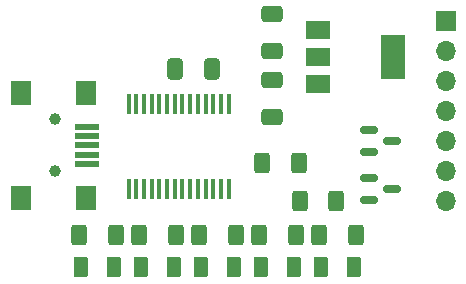
<source format=gts>
%TF.GenerationSoftware,KiCad,Pcbnew,7.0.7-7.0.7~ubuntu22.04.1*%
%TF.CreationDate,2023-08-24T08:44:54+02:00*%
%TF.ProjectId,esp32-programmer,65737033-322d-4707-926f-6772616d6d65,1*%
%TF.SameCoordinates,Original*%
%TF.FileFunction,Soldermask,Top*%
%TF.FilePolarity,Negative*%
%FSLAX46Y46*%
G04 Gerber Fmt 4.6, Leading zero omitted, Abs format (unit mm)*
G04 Created by KiCad (PCBNEW 7.0.7-7.0.7~ubuntu22.04.1) date 2023-08-24 08:44:54*
%MOMM*%
%LPD*%
G01*
G04 APERTURE LIST*
G04 Aperture macros list*
%AMRoundRect*
0 Rectangle with rounded corners*
0 $1 Rounding radius*
0 $2 $3 $4 $5 $6 $7 $8 $9 X,Y pos of 4 corners*
0 Add a 4 corners polygon primitive as box body*
4,1,4,$2,$3,$4,$5,$6,$7,$8,$9,$2,$3,0*
0 Add four circle primitives for the rounded corners*
1,1,$1+$1,$2,$3*
1,1,$1+$1,$4,$5*
1,1,$1+$1,$6,$7*
1,1,$1+$1,$8,$9*
0 Add four rect primitives between the rounded corners*
20,1,$1+$1,$2,$3,$4,$5,0*
20,1,$1+$1,$4,$5,$6,$7,0*
20,1,$1+$1,$6,$7,$8,$9,0*
20,1,$1+$1,$8,$9,$2,$3,0*%
G04 Aperture macros list end*
%ADD10RoundRect,0.250000X-0.375000X-0.625000X0.375000X-0.625000X0.375000X0.625000X-0.375000X0.625000X0*%
%ADD11RoundRect,0.250000X-0.400000X-0.625000X0.400000X-0.625000X0.400000X0.625000X-0.400000X0.625000X0*%
%ADD12R,0.450000X1.750000*%
%ADD13RoundRect,0.250000X0.400000X0.625000X-0.400000X0.625000X-0.400000X-0.625000X0.400000X-0.625000X0*%
%ADD14RoundRect,0.250000X0.412500X0.650000X-0.412500X0.650000X-0.412500X-0.650000X0.412500X-0.650000X0*%
%ADD15C,1.000000*%
%ADD16R,2.000000X0.500000*%
%ADD17R,1.700000X2.000000*%
%ADD18RoundRect,0.150000X-0.587500X-0.150000X0.587500X-0.150000X0.587500X0.150000X-0.587500X0.150000X0*%
%ADD19RoundRect,0.250000X-0.650000X0.412500X-0.650000X-0.412500X0.650000X-0.412500X0.650000X0.412500X0*%
%ADD20RoundRect,0.250000X0.375000X0.625000X-0.375000X0.625000X-0.375000X-0.625000X0.375000X-0.625000X0*%
%ADD21R,1.700000X1.700000*%
%ADD22O,1.700000X1.700000*%
%ADD23RoundRect,0.250000X0.650000X-0.412500X0.650000X0.412500X-0.650000X0.412500X-0.650000X-0.412500X0*%
%ADD24R,2.000000X1.500000*%
%ADD25R,2.000000X3.800000*%
G04 APERTURE END LIST*
D10*
%TO.C,D4*%
X120901000Y-79311500D03*
X123701000Y-79311500D03*
%TD*%
D11*
%TO.C,R2*%
X115925000Y-70548500D03*
X119025000Y-70548500D03*
%TD*%
D12*
%TO.C,U1*%
X113075000Y-65507500D03*
X112425000Y-65507500D03*
X111775000Y-65507500D03*
X111125000Y-65507500D03*
X110475000Y-65507500D03*
X109825000Y-65507500D03*
X109175000Y-65507500D03*
X108525000Y-65507500D03*
X107875000Y-65507500D03*
X107225000Y-65507500D03*
X106575000Y-65507500D03*
X105925000Y-65507500D03*
X105275000Y-65507500D03*
X104625000Y-65507500D03*
X104625000Y-72707500D03*
X105275000Y-72707500D03*
X105925000Y-72707500D03*
X106575000Y-72707500D03*
X107225000Y-72707500D03*
X107875000Y-72707500D03*
X108525000Y-72707500D03*
X109175000Y-72707500D03*
X109825000Y-72707500D03*
X110475000Y-72707500D03*
X111125000Y-72707500D03*
X111775000Y-72707500D03*
X112425000Y-72707500D03*
X113075000Y-72707500D03*
%TD*%
D10*
%TO.C,D2*%
X110741000Y-79311500D03*
X113541000Y-79311500D03*
%TD*%
D13*
%TO.C,R4*%
X113691000Y-76644500D03*
X110591000Y-76644500D03*
%TD*%
D11*
%TO.C,R3*%
X100431000Y-76644500D03*
X103531000Y-76644500D03*
%TD*%
D14*
%TO.C,C1*%
X111633000Y-62547500D03*
X108508000Y-62547500D03*
%TD*%
D15*
%TO.C,J1*%
X98365000Y-66829500D03*
X98365000Y-71229500D03*
D16*
X101065000Y-67429500D03*
X101065000Y-68229500D03*
X101065000Y-69029500D03*
X101065000Y-69829500D03*
X101065000Y-70629500D03*
D17*
X100965000Y-64579500D03*
X95515000Y-64579500D03*
X100965000Y-73479500D03*
X95515000Y-73479500D03*
%TD*%
D18*
%TO.C,Q2*%
X124998000Y-71757500D03*
X124998000Y-73657500D03*
X126873000Y-72707500D03*
%TD*%
D13*
%TO.C,R1*%
X122200000Y-73723500D03*
X119100000Y-73723500D03*
%TD*%
%TO.C,R5*%
X108611000Y-76644500D03*
X105511000Y-76644500D03*
%TD*%
D19*
%TO.C,C3*%
X116713000Y-63486500D03*
X116713000Y-66611500D03*
%TD*%
D20*
%TO.C,D1*%
X103378000Y-79311500D03*
X100578000Y-79311500D03*
%TD*%
%TO.C,D5*%
X118621000Y-79311500D03*
X115821000Y-79311500D03*
%TD*%
D11*
%TO.C,R7*%
X115671000Y-76644500D03*
X118771000Y-76644500D03*
%TD*%
D21*
%TO.C,J2*%
X131445000Y-58483500D03*
D22*
X131445000Y-61023500D03*
X131445000Y-63563500D03*
X131445000Y-66103500D03*
X131445000Y-68643500D03*
X131445000Y-71183500D03*
X131445000Y-73723500D03*
%TD*%
D13*
%TO.C,R6*%
X123851000Y-76644500D03*
X120751000Y-76644500D03*
%TD*%
D18*
%TO.C,Q1*%
X124998000Y-67693500D03*
X124998000Y-69593500D03*
X126873000Y-68643500D03*
%TD*%
D23*
%TO.C,C2*%
X116713000Y-61062000D03*
X116713000Y-57937000D03*
%TD*%
D24*
%TO.C,U2*%
X120675000Y-59231500D03*
X120675000Y-61531500D03*
D25*
X126975000Y-61531500D03*
D24*
X120675000Y-63831500D03*
%TD*%
D10*
%TO.C,D3*%
X105661000Y-79311500D03*
X108461000Y-79311500D03*
%TD*%
M02*

</source>
